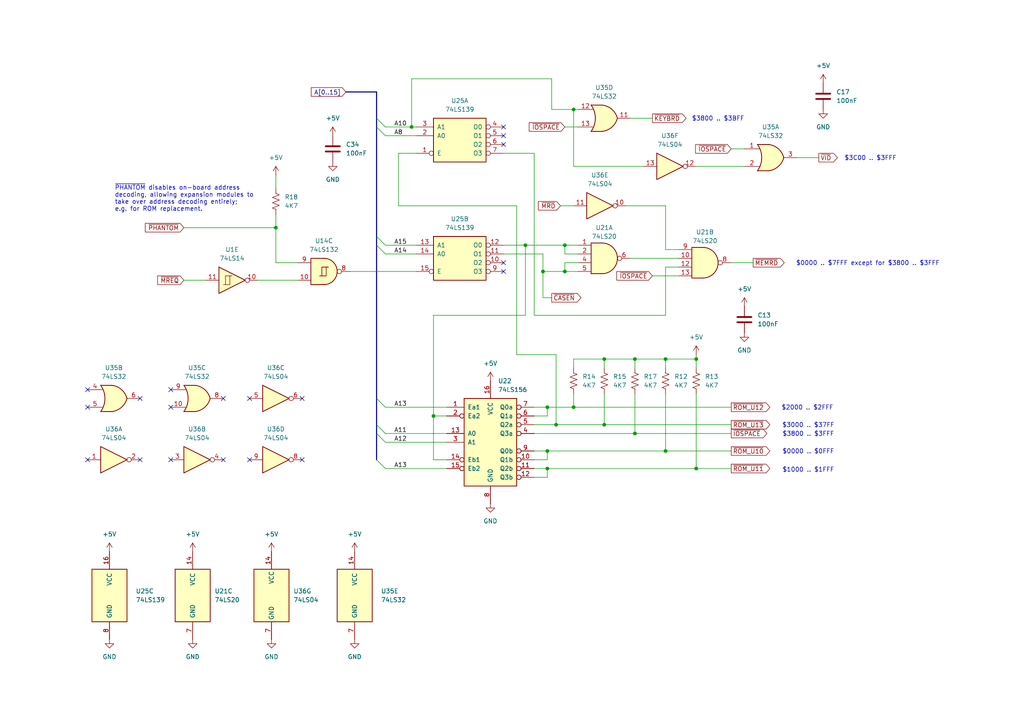
<source format=kicad_sch>
(kicad_sch (version 20231120) (generator "eeschema") (generator_version "8.0")
  (paper "A4")
  (title_block (title "Dick Smith System 80 Main Board") (date "1980"))
  (lib_symbols
    (symbol "74xx:74LS04"
      (property "Reference" "U" (at 0 1.27 0))
      (property "Value" "74LS04" (at 0 -1.27 0))
      (symbol "74LS04_1_0"
        (pin input line (at -7.62 0 0) (length 3.81) (name "~") (number "1"))
        (pin output inverted (at 7.62 0 180) (length 3.81) (name "~") (number "2"))
      )
      (symbol "74LS04_2_0"
        (pin input line (at -7.62 0 0) (length 3.81) (name "~") (number "3"))
        (pin output inverted (at 7.62 0 180) (length 3.81) (name "~") (number "4"))
      )
      (symbol "74LS04_3_0"
        (pin input line (at -7.62 0 0) (length 3.81) (name "~") (number "5"))
        (pin output inverted (at 7.62 0 180) (length 3.81) (name "~") (number "6"))
      )
      (symbol "74LS04_4_0"
        (pin output inverted (at 7.62 0 180) (length 3.81) (name "~") (number "8"))
        (pin input line (at -7.62 0 0) (length 3.81) (name "~") (number "9"))
      )
      (symbol "74LS04_5_0"
        (pin output inverted (at 7.62 0 180) (length 3.81) (name "~") (number "10"))
        (pin input line (at -7.62 0 0) (length 3.81) (name "~") (number "11"))
      )
      (symbol "74LS04_6_0"
        (pin output inverted (at 7.62 0 180) (length 3.81) (name "~") (number "12"))
        (pin input line (at -7.62 0 0) (length 3.81) (name "~") (number "13"))
      )
      (symbol "74LS04_7_0"
        (pin power_in line (at 0 12.7 270) (length 5.08) (name "VCC") (number "14"))
        (pin power_in line (at 0 -12.7 90) (length 5.08) (name "GND") (number "7"))
      )
    )
    (symbol "74xx:74LS132" (pin_names (offset 1.016))
      (property "Reference" "U" (at 0 1.27 0))
      (property "Value" "74LS132" (at 0 -1.27 0))
      (symbol "74LS132_1_1"
        (pin input line (at -7.62 2.54 0) (length 3.81) (name "~") (number "1"))
        (pin input line (at -7.62 -2.54 0) (length 3.81) (name "~") (number "2"))
        (pin output inverted (at 7.62 0 180) (length 3.81) (name "~") (number "3"))
      )
      (symbol "74LS132_1_2"
        (pin input inverted (at -7.62 2.54 0) (length 4.318) (name "~") (number "1"))
        (pin input inverted (at -7.62 -2.54 0) (length 4.318) (name "~") (number "2"))
        (pin output line (at 7.62 0 180) (length 3.81) (name "~") (number "3"))
      )
      (symbol "74LS132_2_1"
        (pin input line (at -7.62 2.54 0) (length 3.81) (name "~") (number "4"))
        (pin input line (at -7.62 -2.54 0) (length 3.81) (name "~") (number "5"))
        (pin output inverted (at 7.62 0 180) (length 3.81) (name "~") (number "6"))
      )
      (symbol "74LS132_2_2"
        (pin input inverted (at -7.62 2.54 0) (length 4.318) (name "~") (number "4"))
        (pin input inverted (at -7.62 -2.54 0) (length 4.318) (name "~") (number "5"))
        (pin output line (at 7.62 0 180) (length 3.81) (name "~") (number "6"))
      )
      (symbol "74LS132_3_1"
        (pin input line (at -7.62 -2.54 0) (length 3.81) (name "~") (number "10"))
        (pin output inverted (at 7.62 0 180) (length 3.81) (name "~") (number "8"))
        (pin input line (at -7.62 2.54 0) (length 3.81) (name "~") (number "9"))
      )
      (symbol "74LS132_3_2"
        (pin input inverted (at -7.62 -2.54 0) (length 4.318) (name "~") (number "10"))
        (pin output line (at 7.62 0 180) (length 3.81) (name "~") (number "8"))
        (pin input inverted (at -7.62 2.54 0) (length 4.318) (name "~") (number "9"))
      )
      (symbol "74LS132_4_1"
        (pin output inverted (at 7.62 0 180) (length 3.81) (name "~") (number "11"))
        (pin input line (at -7.62 2.54 0) (length 3.81) (name "~") (number "12"))
        (pin input line (at -7.62 -2.54 0) (length 3.81) (name "~") (number "13"))
      )
      (symbol "74LS132_4_2"
        (pin output line (at 7.62 0 180) (length 3.81) (name "~") (number "11"))
        (pin input inverted (at -7.62 2.54 0) (length 4.318) (name "~") (number "12"))
        (pin input inverted (at -7.62 -2.54 0) (length 4.318) (name "~") (number "13"))
      )
      (symbol "74LS132_5_0"
        (pin power_in line (at 0 12.7 270) (length 5.08) (name "VCC") (number "14"))
        (pin power_in line (at 0 -12.7 90) (length 5.08) (name "GND") (number "7"))
      )
    )
    (symbol "74xx:74LS139" (pin_names (offset 1.016))
      (property "Reference" "U" (at -7.62 8.89 0))
      (property "Value" "74LS139" (at -7.62 -8.89 0))
      (symbol "74LS139_1_0"
        (pin input inverted (at -12.7 -5.08 0) (length 5.08) (name "E") (number "1"))
        (pin input line (at -12.7 0 0) (length 5.08) (name "A0") (number "2"))
        (pin input line (at -12.7 2.54 0) (length 5.08) (name "A1") (number "3"))
        (pin output inverted (at 12.7 2.54 180) (length 5.08) (name "O0") (number "4"))
        (pin output inverted (at 12.7 0 180) (length 5.08) (name "O1") (number "5"))
        (pin output inverted (at 12.7 -2.54 180) (length 5.08) (name "O2") (number "6"))
        (pin output inverted (at 12.7 -5.08 180) (length 5.08) (name "O3") (number "7"))
      )
      (symbol "74LS139_2_0"
        (pin output inverted (at 12.7 -2.54 180) (length 5.08) (name "O2") (number "10"))
        (pin output inverted (at 12.7 0 180) (length 5.08) (name "O1") (number "11"))
        (pin output inverted (at 12.7 2.54 180) (length 5.08) (name "O0") (number "12"))
        (pin input line (at -12.7 2.54 0) (length 5.08) (name "A1") (number "13"))
        (pin input line (at -12.7 0 0) (length 5.08) (name "A0") (number "14"))
        (pin input inverted (at -12.7 -5.08 0) (length 5.08) (name "E") (number "15"))
        (pin output inverted (at 12.7 -5.08 180) (length 5.08) (name "O3") (number "9"))
      )
      (symbol "74LS139_3_0"
        (pin power_in line (at 0 12.7 270) (length 5.08) (name "VCC") (number "16"))
        (pin power_in line (at 0 -12.7 90) (length 5.08) (name "GND") (number "8"))
      )
    )
    (symbol "74xx:74LS14" (pin_names (offset 1.016))
      (property "Reference" "U" (at 0 1.27 0))
      (property "Value" "74LS14" (at 0 -1.27 0))
      (symbol "74LS14_1_0"
        (pin input line (at -7.62 0 0) (length 3.81) (name "~") (number "1"))
        (pin output inverted (at 7.62 0 180) (length 3.81) (name "~") (number "2"))
      )
      (symbol "74LS14_2_0"
        (pin input line (at -7.62 0 0) (length 3.81) (name "~") (number "3"))
        (pin output inverted (at 7.62 0 180) (length 3.81) (name "~") (number "4"))
      )
      (symbol "74LS14_3_0"
        (pin input line (at -7.62 0 0) (length 3.81) (name "~") (number "5"))
        (pin output inverted (at 7.62 0 180) (length 3.81) (name "~") (number "6"))
      )
      (symbol "74LS14_4_0"
        (pin output inverted (at 7.62 0 180) (length 3.81) (name "~") (number "8"))
        (pin input line (at -7.62 0 0) (length 3.81) (name "~") (number "9"))
      )
      (symbol "74LS14_5_0"
        (pin output inverted (at 7.62 0 180) (length 3.81) (name "~") (number "10"))
        (pin input line (at -7.62 0 0) (length 3.81) (name "~") (number "11"))
      )
      (symbol "74LS14_6_0"
        (pin output inverted (at 7.62 0 180) (length 3.81) (name "~") (number "12"))
        (pin input line (at -7.62 0 0) (length 3.81) (name "~") (number "13"))
      )
      (symbol "74LS14_7_0"
        (pin power_in line (at 0 12.7 270) (length 5.08) (name "VCC") (number "14"))
        (pin power_in line (at 0 -12.7 90) (length 5.08) (name "GND") (number "7"))
      )
    )
    (symbol "74xx:74LS156" (pin_names (offset 1.016))
      (property "Reference" "U" (at -7.62 13.97 0))
      (property "Value" "74LS156" (at -7.62 -13.97 0))
      (symbol "74LS156_1_0"
        (pin input line (at -12.7 10.16 0) (length 5.08) (name "Ea1") (number "1"))
        (pin output inverted (at 12.7 -5.08 180) (length 5.08) (name "Q1b") (number "10"))
        (pin output inverted (at 12.7 -7.62 180) (length 5.08) (name "Q2b") (number "11"))
        (pin output inverted (at 12.7 -10.16 180) (length 5.08) (name "Q3b") (number "12"))
        (pin input line (at -12.7 2.54 0) (length 5.08) (name "A0") (number "13"))
        (pin input inverted (at -12.7 -5.08 0) (length 5.08) (name "Eb1") (number "14"))
        (pin input inverted (at -12.7 -7.62 0) (length 5.08) (name "Eb2") (number "15"))
        (pin power_in line (at 0 17.78 270) (length 5.08) (name "VCC") (number "16"))
        (pin input inverted (at -12.7 7.62 0) (length 5.08) (name "Ea2") (number "2"))
        (pin input line (at -12.7 0 0) (length 5.08) (name "A1") (number "3"))
        (pin output inverted (at 12.7 2.54 180) (length 5.08) (name "Q3a") (number "4"))
        (pin output inverted (at 12.7 5.08 180) (length 5.08) (name "Q2a") (number "5"))
        (pin output inverted (at 12.7 7.62 180) (length 5.08) (name "Q1a") (number "6"))
        (pin output inverted (at 12.7 10.16 180) (length 5.08) (name "Q0a") (number "7"))
        (pin power_in line (at 0 -17.78 90) (length 5.08) (name "GND") (number "8"))
        (pin output inverted (at 12.7 -2.54 180) (length 5.08) (name "Q0b") (number "9"))
      )
    )
    (symbol "74xx:74LS20" (pin_names (offset 1.016))
      (property "Reference" "U" (at 0 1.27 0))
      (property "Value" "74LS20" (at 0 -1.27 0))
      (symbol "74LS20_1_1"
        (pin input line (at -7.62 3.81 0) (length 3.81) (name "~") (number "1"))
        (pin input line (at -7.62 1.27 0) (length 3.81) (name "~") (number "2"))
        (pin input line (at -7.62 -1.27 0) (length 3.81) (name "~") (number "4"))
        (pin input line (at -7.62 -3.81 0) (length 3.81) (name "~") (number "5"))
        (pin output inverted (at 7.62 0 180) (length 3.81) (name "~") (number "6"))
      )
      (symbol "74LS20_1_2"
        (pin input inverted (at -7.62 3.81 0) (length 3.81) (name "~") (number "1"))
        (pin input inverted (at -7.62 1.27 0) (length 4.826) (name "~") (number "2"))
        (pin input inverted (at -7.62 -1.27 0) (length 4.826) (name "~") (number "4"))
        (pin input inverted (at -7.62 -3.81 0) (length 3.81) (name "~") (number "5"))
        (pin output line (at 7.62 0 180) (length 3.81) (name "~") (number "6"))
      )
      (symbol "74LS20_2_1"
        (pin input line (at -7.62 1.27 0) (length 3.81) (name "~") (number "10"))
        (pin input line (at -7.62 -1.27 0) (length 3.81) (name "~") (number "12"))
        (pin input line (at -7.62 -3.81 0) (length 3.81) (name "~") (number "13"))
        (pin output inverted (at 7.62 0 180) (length 3.81) (name "~") (number "8"))
        (pin input line (at -7.62 3.81 0) (length 3.81) (name "~") (number "9"))
      )
      (symbol "74LS20_2_2"
        (pin input inverted (at -7.62 1.27 0) (length 4.826) (name "~") (number "10"))
        (pin input inverted (at -7.62 -1.27 0) (length 4.826) (name "~") (number "12"))
        (pin input inverted (at -7.62 -3.81 0) (length 3.81) (name "~") (number "13"))
        (pin output line (at 7.62 0 180) (length 3.81) (name "~") (number "8"))
        (pin input inverted (at -7.62 3.81 0) (length 3.81) (name "~") (number "9"))
      )
      (symbol "74LS20_3_0"
        (pin power_in line (at 0 12.7 270) (length 5.08) (name "VCC") (number "14"))
        (pin power_in line (at 0 -12.7 90) (length 5.08) (name "GND") (number "7"))
      )
    )
    (symbol "74xx:74LS32" (pin_names (offset 1.016))
      (property "Reference" "U" (at 0 1.27 0))
      (property "Value" "74LS32" (at 0 -1.27 0))
      (symbol "74LS32_1_1"
        (pin input line (at -7.62 2.54 0) (length 4.318) (name "~") (number "1"))
        (pin input line (at -7.62 -2.54 0) (length 4.318) (name "~") (number "2"))
        (pin output line (at 7.62 0 180) (length 3.81) (name "~") (number "3"))
      )
      (symbol "74LS32_1_2"
        (pin input inverted (at -7.62 2.54 0) (length 3.81) (name "~") (number "1"))
        (pin input inverted (at -7.62 -2.54 0) (length 3.81) (name "~") (number "2"))
        (pin output inverted (at 7.62 0 180) (length 3.81) (name "~") (number "3"))
      )
      (symbol "74LS32_2_1"
        (pin input line (at -7.62 2.54 0) (length 4.318) (name "~") (number "4"))
        (pin input line (at -7.62 -2.54 0) (length 4.318) (name "~") (number "5"))
        (pin output line (at 7.62 0 180) (length 3.81) (name "~") (number "6"))
      )
      (symbol "74LS32_2_2"
        (pin input inverted (at -7.62 2.54 0) (length 3.81) (name "~") (number "4"))
        (pin input inverted (at -7.62 -2.54 0) (length 3.81) (name "~") (number "5"))
        (pin output inverted (at 7.62 0 180) (length 3.81) (name "~") (number "6"))
      )
      (symbol "74LS32_3_1"
        (pin input line (at -7.62 -2.54 0) (length 4.318) (name "~") (number "10"))
        (pin output line (at 7.62 0 180) (length 3.81) (name "~") (number "8"))
        (pin input line (at -7.62 2.54 0) (length 4.318) (name "~") (number "9"))
      )
      (symbol "74LS32_3_2"
        (pin input inverted (at -7.62 -2.54 0) (length 3.81) (name "~") (number "10"))
        (pin output inverted (at 7.62 0 180) (length 3.81) (name "~") (number "8"))
        (pin input inverted (at -7.62 2.54 0) (length 3.81) (name "~") (number "9"))
      )
      (symbol "74LS32_4_1"
        (pin output line (at 7.62 0 180) (length 3.81) (name "~") (number "11"))
        (pin input line (at -7.62 2.54 0) (length 4.318) (name "~") (number "12"))
        (pin input line (at -7.62 -2.54 0) (length 4.318) (name "~") (number "13"))
      )
      (symbol "74LS32_4_2"
        (pin output inverted (at 7.62 0 180) (length 3.81) (name "~") (number "11"))
        (pin input inverted (at -7.62 2.54 0) (length 3.81) (name "~") (number "12"))
        (pin input inverted (at -7.62 -2.54 0) (length 3.81) (name "~") (number "13"))
      )
      (symbol "74LS32_5_0"
        (pin power_in line (at 0 12.7 270) (length 5.08) (name "VCC") (number "14"))
        (pin power_in line (at 0 -12.7 90) (length 5.08) (name "GND") (number "7"))
      )
    )
    (symbol "Device:C" (pin_numbers hide) (pin_names (offset 0.254))
      (property "Reference" "C" (at 0.635 2.54 0))
      (property "Value" "C" (at 0.635 -2.54 0))
      (symbol "C_1_1"
        (pin passive line (at 0 3.81 270) (length 2.794) (name "~") (number "1"))
        (pin passive line (at 0 -3.81 90) (length 2.794) (name "~") (number "2"))
      )
    )
    (symbol "Device:R_US" (pin_numbers hide) (pin_names (offset 0))
      (property "Reference" "R" (at 2.54 0 90))
      (property "Value" "R_US" (at -2.54 0 90))
      (symbol "R_US_1_1"
        (pin passive line (at 0 3.81 270) (length 1.27) (name "~") (number "1"))
        (pin passive line (at 0 -3.81 90) (length 1.27) (name "~") (number "2"))
      )
    )
    (symbol "power:+5V" (power) (pin_numbers hide) (pin_names (offset 0) hide)
      (property "Value" "+5V" (at 0 3.556 0))
      (symbol "+5V_1_1"
        (pin power_in line (at 0 0 90) (length 0) (name "~") (number "1"))
      )
    )
    (symbol "power:GND" (power) (pin_numbers hide) (pin_names (offset 0) hide)
      (property "Value" "GND" (at 0 -3.81 0))
      (symbol "GND_1_1"
        (pin power_in line (at 0 0 270) (length 0) (name "~") (number "1"))
      )
    )
  )
  (junction (at 157.48 78.74))
  (junction (at 193.04 130.81))
  (junction (at 193.04 104.14))
  (junction (at 125.73 120.65))
  (junction (at 161.29 123.19))
  (junction (at 158.75 135.89))
  (junction (at 166.37 118.11))
  (junction (at 119.38 36.83))
  (junction (at 158.75 130.81))
  (junction (at 152.4 71.12))
  (junction (at 158.75 118.11))
  (junction (at 163.83 78.74))
  (junction (at 175.26 123.19))
  (junction (at 184.15 125.73))
  (junction (at 201.93 135.89))
  (junction (at 163.83 71.12))
  (junction (at 80.01 66.04))
  (junction (at 175.26 104.14))
  (junction (at 184.15 104.14))
  (junction (at 166.37 31.75))
  (junction (at 201.93 104.14))
  (no_connect (at 146.05 39.37))
  (no_connect (at 40.64 133.35))
  (no_connect (at 72.39 115.57))
  (no_connect (at 49.53 133.35))
  (no_connect (at 49.53 118.11))
  (no_connect (at 25.4 118.11))
  (no_connect (at 25.4 133.35))
  (no_connect (at 146.05 36.83))
  (no_connect (at 87.63 133.35))
  (no_connect (at 64.77 115.57))
  (no_connect (at 72.39 133.35))
  (no_connect (at 146.05 76.2))
  (no_connect (at 146.05 41.91))
  (no_connect (at 87.63 115.57))
  (no_connect (at 146.05 78.74))
  (no_connect (at 49.53 113.03))
  (no_connect (at 25.4 113.03))
  (no_connect (at 64.77 133.35))
  (no_connect (at 40.64 115.57))
  (bus_entry (at 109.22 125.73) (size 2.54 2.54))
  (bus_entry (at 109.22 115.57) (size 2.54 2.54))
  (bus_entry (at 109.22 34.29) (size 2.54 2.54))
  (bus_entry (at 109.22 133.35) (size 2.54 2.54))
  (bus_entry (at 109.22 36.83) (size 2.54 2.54))
  (bus_entry (at 109.22 123.19) (size 2.54 2.54))
  (bus_entry (at 109.22 71.12) (size 2.54 2.54))
  (bus_entry (at 109.22 68.58) (size 2.54 2.54))
  (wire (pts (xy 175.26 123.19) (xy 212.09 123.19)))
  (wire (pts (xy 158.75 135.89) (xy 201.93 135.89)))
  (wire (pts (xy 157.48 86.36) (xy 157.48 78.74)))
  (wire (pts (xy 125.73 120.65) (xy 129.54 120.65)))
  (wire (pts (xy 167.64 31.75) (xy 166.37 31.75)))
  (wire (pts (xy 111.76 71.12) (xy 120.65 71.12)))
  (wire (pts (xy 115.57 59.69) (xy 149.86 59.69)))
  (bus (pts (xy 109.22 34.29) (xy 109.22 36.83)))
  (wire (pts (xy 166.37 31.75) (xy 160.02 31.75)))
  (wire (pts (xy 193.04 114.3) (xy 193.04 130.81)))
  (wire (pts (xy 154.94 138.43) (xy 158.75 138.43)))
  (wire (pts (xy 193.04 72.39) (xy 196.85 72.39)))
  (wire (pts (xy 120.65 44.45) (xy 115.57 44.45)))
  (wire (pts (xy 201.93 48.26) (xy 215.9 48.26)))
  (wire (pts (xy 154.94 123.19) (xy 161.29 123.19)))
  (wire (pts (xy 154.94 133.35) (xy 158.75 133.35)))
  (bus (pts (xy 109.22 125.73) (xy 109.22 133.35)))
  (wire (pts (xy 182.88 34.29) (xy 189.23 34.29)))
  (wire (pts (xy 166.37 104.14) (xy 175.26 104.14)))
  (bus (pts (xy 100.33 26.67) (xy 109.22 26.67)))
  (wire (pts (xy 163.83 76.2) (xy 163.83 78.74)))
  (wire (pts (xy 158.75 130.81) (xy 193.04 130.81)))
  (wire (pts (xy 146.05 71.12) (xy 152.4 71.12)))
  (wire (pts (xy 111.76 135.89) (xy 129.54 135.89)))
  (wire (pts (xy 212.09 76.2) (xy 218.44 76.2)))
  (wire (pts (xy 163.83 71.12) (xy 167.64 71.12)))
  (wire (pts (xy 184.15 104.14) (xy 184.15 106.68)))
  (wire (pts (xy 163.83 36.83) (xy 167.64 36.83)))
  (wire (pts (xy 166.37 48.26) (xy 166.37 31.75)))
  (wire (pts (xy 184.15 114.3) (xy 184.15 125.73)))
  (wire (pts (xy 74.93 81.28) (xy 86.36 81.28)))
  (wire (pts (xy 161.29 102.87) (xy 161.29 123.19)))
  (wire (pts (xy 201.93 104.14) (xy 201.93 106.68)))
  (wire (pts (xy 184.15 125.73) (xy 212.09 125.73)))
  (wire (pts (xy 80.01 66.04) (xy 80.01 76.2)))
  (wire (pts (xy 125.73 120.65) (xy 125.73 91.44)))
  (wire (pts (xy 193.04 104.14) (xy 201.93 104.14)))
  (wire (pts (xy 160.02 22.86) (xy 119.38 22.86)))
  (wire (pts (xy 157.48 78.74) (xy 163.83 78.74)))
  (bus (pts (xy 109.22 71.12) (xy 109.22 115.57)))
  (wire (pts (xy 193.04 77.47) (xy 196.85 77.47)))
  (wire (pts (xy 193.04 59.69) (xy 193.04 72.39)))
  (wire (pts (xy 115.57 44.45) (xy 115.57 59.69)))
  (bus (pts (xy 109.22 115.57) (xy 109.22 123.19)))
  (wire (pts (xy 152.4 91.44) (xy 152.4 71.12)))
  (wire (pts (xy 181.61 59.69) (xy 193.04 59.69)))
  (wire (pts (xy 158.75 118.11) (xy 166.37 118.11)))
  (wire (pts (xy 201.93 102.87) (xy 201.93 104.14)))
  (wire (pts (xy 111.76 36.83) (xy 119.38 36.83)))
  (wire (pts (xy 182.88 74.93) (xy 196.85 74.93)))
  (wire (pts (xy 167.64 76.2) (xy 163.83 76.2)))
  (wire (pts (xy 146.05 73.66) (xy 157.48 73.66)))
  (wire (pts (xy 119.38 36.83) (xy 120.65 36.83)))
  (bus (pts (xy 109.22 123.19) (xy 109.22 125.73)))
  (wire (pts (xy 111.76 118.11) (xy 129.54 118.11)))
  (wire (pts (xy 149.86 102.87) (xy 161.29 102.87)))
  (wire (pts (xy 111.76 39.37) (xy 120.65 39.37)))
  (wire (pts (xy 212.09 43.18) (xy 215.9 43.18)))
  (wire (pts (xy 80.01 50.8) (xy 80.01 54.61)))
  (wire (pts (xy 157.48 73.66) (xy 157.48 78.74)))
  (wire (pts (xy 146.05 44.45) (xy 154.94 44.45)))
  (bus (pts (xy 109.22 26.67) (xy 109.22 34.29)))
  (wire (pts (xy 163.83 78.74) (xy 167.64 78.74)))
  (wire (pts (xy 149.86 59.69) (xy 149.86 102.87)))
  (wire (pts (xy 111.76 128.27) (xy 129.54 128.27)))
  (wire (pts (xy 154.94 130.81) (xy 158.75 130.81)))
  (wire (pts (xy 119.38 22.86) (xy 119.38 36.83)))
  (wire (pts (xy 163.83 73.66) (xy 163.83 71.12)))
  (wire (pts (xy 80.01 62.23) (xy 80.01 66.04)))
  (wire (pts (xy 154.94 125.73) (xy 184.15 125.73)))
  (wire (pts (xy 161.29 123.19) (xy 175.26 123.19)))
  (wire (pts (xy 154.94 135.89) (xy 158.75 135.89)))
  (wire (pts (xy 175.26 114.3) (xy 175.26 123.19)))
  (wire (pts (xy 162.56 59.69) (xy 166.37 59.69)))
  (wire (pts (xy 154.94 91.44) (xy 193.04 91.44)))
  (wire (pts (xy 125.73 91.44) (xy 152.4 91.44)))
  (wire (pts (xy 158.75 120.65) (xy 158.75 118.11)))
  (wire (pts (xy 175.26 104.14) (xy 175.26 106.68)))
  (wire (pts (xy 184.15 104.14) (xy 193.04 104.14)))
  (wire (pts (xy 166.37 114.3) (xy 166.37 118.11)))
  (wire (pts (xy 80.01 76.2) (xy 86.36 76.2)))
  (wire (pts (xy 189.23 80.01) (xy 196.85 80.01)))
  (wire (pts (xy 53.34 81.28) (xy 59.69 81.28)))
  (wire (pts (xy 167.64 73.66) (xy 163.83 73.66)))
  (wire (pts (xy 160.02 86.36) (xy 157.48 86.36)))
  (wire (pts (xy 193.04 91.44) (xy 193.04 77.47)))
  (bus (pts (xy 109.22 68.58) (xy 109.22 71.12)))
  (wire (pts (xy 53.34 66.04) (xy 80.01 66.04)))
  (wire (pts (xy 201.93 135.89) (xy 212.09 135.89)))
  (wire (pts (xy 154.94 44.45) (xy 154.94 91.44)))
  (wire (pts (xy 152.4 71.12) (xy 163.83 71.12)))
  (wire (pts (xy 175.26 104.14) (xy 184.15 104.14)))
  (wire (pts (xy 154.94 120.65) (xy 158.75 120.65)))
  (wire (pts (xy 129.54 133.35) (xy 125.73 133.35)))
  (bus (pts (xy 109.22 36.83) (xy 109.22 68.58)))
  (wire (pts (xy 111.76 73.66) (xy 120.65 73.66)))
  (wire (pts (xy 186.69 48.26) (xy 166.37 48.26)))
  (wire (pts (xy 166.37 118.11) (xy 212.09 118.11)))
  (wire (pts (xy 160.02 31.75) (xy 160.02 22.86)))
  (wire (pts (xy 166.37 106.68) (xy 166.37 104.14)))
  (wire (pts (xy 111.76 125.73) (xy 129.54 125.73)))
  (wire (pts (xy 158.75 133.35) (xy 158.75 130.81)))
  (wire (pts (xy 101.6 78.74) (xy 120.65 78.74)))
  (wire (pts (xy 125.73 133.35) (xy 125.73 120.65)))
  (wire (pts (xy 193.04 130.81) (xy 212.09 130.81)))
  (wire (pts (xy 158.75 138.43) (xy 158.75 135.89)))
  (wire (pts (xy 193.04 104.14) (xy 193.04 106.68)))
  (wire (pts (xy 201.93 114.3) (xy 201.93 135.89)))
  (wire (pts (xy 231.14 45.72) (xy 237.49 45.72)))
  (wire (pts (xy 154.94 118.11) (xy 158.75 118.11)))
  (text "$3000 .. $37FF" (at 234.442 123.444 0) (effects (font (size 1.27 1.27))))
  (text "$3800 .. $3FFF" (at 234.442 125.984 0) (effects (font (size 1.27 1.27))))
  (text "$3800 .. $3BFF" (at 208.28 34.544 0) (effects (font (size 1.27 1.27))))
  (text "$3C00 .. $3FFF" (at 252.476 45.974 0) (effects (font (size 1.27 1.27))))
  (text "~{PHANTOM} disables on-board address\ndecoding, allowing expansion modules to\ntake over address decoding entirely;\ne.g. for ROM replacement." (at 33.274 57.658 0) (effects (font (size 1.27 1.27)) (justify left)))
  (text "$0000 .. $7FFF except for $3800 .. $3FFF" (at 251.714 76.454 0) (effects (font (size 1.27 1.27))))
  (text "$1000 .. $1FFF" (at 234.442 136.398 0) (effects (font (size 1.27 1.27))))
  (text "$2000 .. $2FFF" (at 234.188 118.364 0) (effects (font (size 1.27 1.27))))
  (text "$0000 .. $0FFF" (at 234.442 131.064 0) (effects (font (size 1.27 1.27))))
  (label "A8" (at 114.3 39.37 0))
  (label "A14" (at 114.3 73.66 0))
  (label "A11" (at 114.3 125.73 0))
  (label "A10" (at 114.3 36.83 0))
  (label "A12" (at 114.3 128.27 0))
  (label "A13" (at 114.3 118.11 0))
  (label "A15" (at 114.3 71.12 0))
  (label "A13" (at 114.3 135.89 0))
  (global_label "~{IOSPACE}" (shape input) (at 189.23 80.01 180) (property "Intersheetrefs" "${INTERSHEET_REFS}" (effects (hide yes))))
  (global_label "~{ROM_U10}" (shape output) (at 212.09 130.81 0) (property "Intersheetrefs" "${INTERSHEET_REFS}" (effects (hide yes))))
  (global_label "~{ROM_U12}" (shape output) (at 212.09 118.11 0) (property "Intersheetrefs" "${INTERSHEET_REFS}" (effects (hide yes))))
  (global_label "~{VID}" (shape output) (at 237.49 45.72 0) (property "Intersheetrefs" "${INTERSHEET_REFS}" (effects (hide yes))))
  (global_label "~{ROM_U13}" (shape output) (at 212.09 123.19 0) (property "Intersheetrefs" "${INTERSHEET_REFS}" (effects (hide yes))))
  (global_label "~{CASEN}" (shape output) (at 160.02 86.36 0) (property "Intersheetrefs" "${INTERSHEET_REFS}" (effects (hide yes))))
  (global_label "~{IOSPACE}" (shape input) (at 163.83 36.83 180) (property "Intersheetrefs" "${INTERSHEET_REFS}" (effects (hide yes))))
  (global_label "~{MEMRD}" (shape output) (at 218.44 76.2 0) (property "Intersheetrefs" "${INTERSHEET_REFS}" (effects (hide yes))))
  (global_label "~{ROM_U11}" (shape output) (at 212.09 135.89 0) (property "Intersheetrefs" "${INTERSHEET_REFS}" (effects (hide yes))))
  (global_label "~{MRD}" (shape input) (at 162.56 59.69 180) (property "Intersheetrefs" "${INTERSHEET_REFS}" (effects (hide yes))))
  (global_label "~{PHANTOM}" (shape input) (at 53.34 66.04 180) (property "Intersheetrefs" "${INTERSHEET_REFS}" (effects (hide yes))))
  (global_label "~{IOSPACE}" (shape output) (at 212.09 125.73 0) (property "Intersheetrefs" "${INTERSHEET_REFS}" (effects (hide yes))))
  (global_label "~{IOSPACE}" (shape input) (at 212.09 43.18 180) (property "Intersheetrefs" "${INTERSHEET_REFS}" (effects (hide yes))))
  (global_label "~{KEYBRD}" (shape output) (at 189.23 34.29 0) (property "Intersheetrefs" "${INTERSHEET_REFS}" (effects (hide yes))))
  (global_label "A[0..15]" (shape input) (at 100.33 26.67 180) (property "Intersheetrefs" "${INTERSHEET_REFS}" (effects (hide yes))))
  (global_label "~{MREQ}" (shape input) (at 53.34 81.28 180) (property "Intersheetrefs" "${INTERSHEET_REFS}" (effects (hide yes))))
  (symbol (lib_id "power:GND") (at 142.24 146.05 0) (unit 1)
    (property "Reference" "#PWR087" (effects (hide yes)))
    (property "Value" "GND" (at 142.24 151.13 0))
    (property "Description" "Power symbol creates a global label with name \"GND\" , ground" (effects (hide yes)))
  )
  (symbol (lib_id "power:+5V") (at 215.9 88.9 0) (unit 1)
    (property "Reference" "#PWR0179" (effects (hide yes)))
    (property "Value" "+5V" (at 215.9 83.82 0))
    (property "Description" "Power symbol creates a global label with name \"+5V\"" (effects (hide yes)))
  )
  (symbol (lib_id "74xx:74LS32") (at 223.52 45.72 0) (unit 1)
    (property "Reference" "U35" (at 223.52 36.83 0))
    (property "Value" "74LS32" (at 223.52 39.37 0))
    (property "Footprint" "Package_DIP:DIP-14_W7.62mm" (effects (hide yes)))
    (property "Datasheet" "http://www.ti.com/lit/gpn/sn74LS32" (effects (hide yes)))
    (property "Description" "Quad 2-input OR" (effects (hide yes)))
  )
  (symbol (lib_id "Device:C") (at 238.76 27.94 0) (unit 1)
    (property "Reference" "C17" (at 242.57 26.6699 0) (effects (justify left)))
    (property "Value" "100nF" (at 242.57 29.2099 0) (effects (justify left)))
    (property "Footprint" "Capacitor_THT:C_Disc_D5.0mm_W2.5mm_P5.00mm" (effects (hide yes)))
    (property "Description" "Unpolarized capacitor" (effects (hide yes)))
  )
  (symbol (lib_id "74xx:74LS139") (at 133.35 73.66 0) (unit 2)
    (property "Reference" "U25" (at 133.35 63.5 0))
    (property "Value" "74LS139" (at 133.35 66.04 0))
    (property "Footprint" "Package_DIP:DIP-16_W7.62mm" (effects (hide yes)))
    (property "Datasheet" "http://www.ti.com/lit/ds/symlink/sn74ls139a.pdf" (effects (hide yes)))
    (property "Description" "Dual Decoder 1 of 4, Active low outputs" (effects (hide yes)))
  )
  (symbol (lib_id "74xx:74LS32") (at 102.87 172.72 0) (unit 5)
    (property "Reference" "U35" (at 110.49 171.4499 0) (effects (justify left)))
    (property "Value" "74LS32" (at 110.49 173.9899 0) (effects (justify left)))
    (property "Footprint" "Package_DIP:DIP-14_W7.62mm" (effects (hide yes)))
    (property "Datasheet" "http://www.ti.com/lit/gpn/sn74LS32" (effects (hide yes)))
    (property "Description" "Quad 2-input OR" (effects (hide yes)))
  )
  (symbol (lib_id "power:+5V") (at 201.93 102.87 0) (unit 1)
    (property "Reference" "#PWR097" (effects (hide yes)))
    (property "Value" "+5V" (at 201.93 97.79 0))
    (property "Description" "Power symbol creates a global label with name \"+5V\"" (effects (hide yes)))
  )
  (symbol (lib_id "74xx:74LS132") (at 93.98 78.74 0) (unit 3)
    (property "Reference" "U14" (at 93.9717 69.85 0))
    (property "Value" "74LS132" (at 93.9717 72.39 0))
    (property "Footprint" "Package_DIP:DIP-14_W7.62mm" (effects (hide yes)))
    (property "Datasheet" "http://www.ti.com/lit/gpn/sn74LS132" (effects (hide yes)))
    (property "Description" "Quad 2-input NAND Schmitt trigger" (effects (hide yes)))
  )
  (symbol (lib_id "power:GND") (at 96.52 46.99 0) (unit 1)
    (property "Reference" "#PWR0174" (effects (hide yes)))
    (property "Value" "GND" (at 96.52 52.07 0))
    (property "Description" "Power symbol creates a global label with name \"GND\" , ground" (effects (hide yes)))
  )
  (symbol (lib_id "74xx:74LS04") (at 194.31 48.26 0) (unit 6)
    (property "Reference" "U36" (at 194.31 39.37 0))
    (property "Value" "74LS04" (at 194.31 41.91 0))
    (property "Footprint" "Package_DIP:DIP-14_W7.62mm" (effects (hide yes)))
    (property "Datasheet" "http://www.ti.com/lit/gpn/sn74LS04" (effects (hide yes)))
    (property "Description" "Hex Inverter" (effects (hide yes)))
  )
  (symbol (lib_id "74xx:74LS04") (at 80.01 133.35 0) (unit 4)
    (property "Reference" "U36" (at 80.01 124.46 0))
    (property "Value" "74LS04" (at 80.01 127 0))
    (property "Footprint" "Package_DIP:DIP-14_W7.62mm" (effects (hide yes)))
    (property "Datasheet" "http://www.ti.com/lit/gpn/sn74LS04" (effects (hide yes)))
    (property "Description" "Hex Inverter" (effects (hide yes)))
  )
  (symbol (lib_id "power:+5V") (at 142.24 110.49 0) (unit 1)
    (property "Reference" "#PWR092" (effects (hide yes)))
    (property "Value" "+5V" (at 142.24 105.41 0))
    (property "Description" "Power symbol creates a global label with name \"+5V\"" (effects (hide yes)))
  )
  (symbol (lib_id "Device:R_US") (at 175.26 110.49 0) (unit 1)
    (property "Reference" "R15" (at 177.8 109.2199 0) (effects (justify left)))
    (property "Value" "4K7" (at 177.8 111.7599 0) (effects (justify left)))
    (property "Footprint" "Resistor_THT:R_Axial_DIN0309_L9.0mm_D3.2mm_P12.70mm_Horizontal" (effects (hide yes)))
    (property "Description" "Resistor, US symbol" (effects (hide yes)))
  )
  (symbol (lib_id "74xx:74LS32") (at 175.26 34.29 0) (unit 4)
    (property "Reference" "U35" (at 175.26 25.4 0))
    (property "Value" "74LS32" (at 175.26 27.94 0))
    (property "Footprint" "Package_DIP:DIP-14_W7.62mm" (effects (hide yes)))
    (property "Datasheet" "http://www.ti.com/lit/gpn/sn74LS32" (effects (hide yes)))
    (property "Description" "Quad 2-input OR" (effects (hide yes)))
  )
  (symbol (lib_id "74xx:74LS04") (at 57.15 133.35 0) (unit 2)
    (property "Reference" "U36" (at 57.15 124.46 0))
    (property "Value" "74LS04" (at 57.15 127 0))
    (property "Footprint" "Package_DIP:DIP-14_W7.62mm" (effects (hide yes)))
    (property "Datasheet" "http://www.ti.com/lit/gpn/sn74LS04" (effects (hide yes)))
    (property "Description" "Hex Inverter" (effects (hide yes)))
  )
  (symbol (lib_id "power:+5V") (at 238.76 24.13 0) (unit 1)
    (property "Reference" "#PWR0171" (effects (hide yes)))
    (property "Value" "+5V" (at 238.76 19.05 0))
    (property "Description" "Power symbol creates a global label with name \"+5V\"" (effects (hide yes)))
  )
  (symbol (lib_id "74xx:74LS20") (at 204.47 76.2 0) (unit 2)
    (property "Reference" "U21" (at 204.4603 67.31 0))
    (property "Value" "74LS20" (at 204.4603 69.85 0))
    (property "Footprint" "Package_DIP:DIP-14_W7.62mm" (effects (hide yes)))
    (property "Datasheet" "http://www.ti.com/lit/gpn/sn74LS20" (effects (hide yes)))
    (property "Description" "Dual 4-input NAND" (effects (hide yes)))
  )
  (symbol (lib_id "74xx:74LS20") (at 55.88 172.72 0) (unit 3)
    (property "Reference" "U21" (at 62.23 171.4499 0) (effects (justify left)))
    (property "Value" "74LS20" (at 62.23 173.9899 0) (effects (justify left)))
    (property "Footprint" "Package_DIP:DIP-14_W7.62mm" (effects (hide yes)))
    (property "Datasheet" "http://www.ti.com/lit/gpn/sn74LS20" (effects (hide yes)))
    (property "Description" "Dual 4-input NAND" (effects (hide yes)))
  )
  (symbol (lib_id "power:+5V") (at 55.88 160.02 0) (unit 1)
    (property "Reference" "#PWR094" (effects (hide yes)))
    (property "Value" "+5V" (at 55.88 154.94 0))
    (property "Description" "Power symbol creates a global label with name \"+5V\"" (effects (hide yes)))
  )
  (symbol (lib_id "74xx:74LS139") (at 31.75 172.72 0) (unit 3)
    (property "Reference" "U25" (at 39.37 171.4499 0) (effects (justify left)))
    (property "Value" "74LS139" (at 39.37 173.9899 0) (effects (justify left)))
    (property "Footprint" "Package_DIP:DIP-16_W7.62mm" (effects (hide yes)))
    (property "Datasheet" "http://www.ti.com/lit/ds/symlink/sn74ls139a.pdf" (effects (hide yes)))
    (property "Description" "Dual Decoder 1 of 4, Active low outputs" (effects (hide yes)))
  )
  (symbol (lib_id "power:GND") (at 215.9 96.52 0) (unit 1)
    (property "Reference" "#PWR0180" (effects (hide yes)))
    (property "Value" "GND" (at 215.9 101.6 0))
    (property "Description" "Power symbol creates a global label with name \"GND\" , ground" (effects (hide yes)))
  )
  (symbol (lib_id "74xx:74LS32") (at 57.15 115.57 0) (unit 3)
    (property "Reference" "U35" (at 57.15 106.68 0))
    (property "Value" "74LS32" (at 57.15 109.22 0))
    (property "Footprint" "Package_DIP:DIP-14_W7.62mm" (effects (hide yes)))
    (property "Datasheet" "http://www.ti.com/lit/gpn/sn74LS32" (effects (hide yes)))
    (property "Description" "Quad 2-input OR" (effects (hide yes)))
  )
  (symbol (lib_id "74xx:74LS14") (at 67.31 81.28 0) (unit 5)
    (property "Reference" "U1" (at 67.31 72.39 0))
    (property "Value" "74LS14" (at 67.31 74.93 0))
    (property "Footprint" "Package_DIP:DIP-14_W7.62mm" (effects (hide yes)))
    (property "Datasheet" "http://www.ti.com/lit/gpn/sn74LS14" (effects (hide yes)))
    (property "Description" "Hex inverter schmitt trigger" (effects (hide yes)))
  )
  (symbol (lib_id "74xx:74LS32") (at 33.02 115.57 0) (unit 2)
    (property "Reference" "U35" (at 33.02 106.68 0))
    (property "Value" "74LS32" (at 33.02 109.22 0))
    (property "Footprint" "Package_DIP:DIP-14_W7.62mm" (effects (hide yes)))
    (property "Datasheet" "http://www.ti.com/lit/gpn/sn74LS32" (effects (hide yes)))
    (property "Description" "Quad 2-input OR" (effects (hide yes)))
  )
  (symbol (lib_id "Device:R_US") (at 184.15 110.49 0) (unit 1)
    (property "Reference" "R17" (at 186.69 109.2199 0) (effects (justify left)))
    (property "Value" "4K7" (at 186.69 111.7599 0) (effects (justify left)))
    (property "Footprint" "Resistor_THT:R_Axial_DIN0309_L9.0mm_D3.2mm_P12.70mm_Horizontal" (effects (hide yes)))
    (property "Description" "Resistor, US symbol" (effects (hide yes)))
  )
  (symbol (lib_id "power:+5V") (at 96.52 39.37 0) (unit 1)
    (property "Reference" "#PWR0173" (effects (hide yes)))
    (property "Value" "+5V" (at 96.52 34.29 0))
    (property "Description" "Power symbol creates a global label with name \"+5V\"" (effects (hide yes)))
  )
  (symbol (lib_id "74xx:74LS04") (at 173.99 59.69 0) (unit 5)
    (property "Reference" "U36" (at 173.99 50.8 0))
    (property "Value" "74LS04" (at 173.99 53.34 0))
    (property "Footprint" "Package_DIP:DIP-14_W7.62mm" (effects (hide yes)))
    (property "Datasheet" "http://www.ti.com/lit/gpn/sn74LS04" (effects (hide yes)))
    (property "Description" "Hex Inverter" (effects (hide yes)))
  )
  (symbol (lib_id "74xx:74LS139") (at 133.35 39.37 0) (unit 1)
    (property "Reference" "U25" (at 133.35 29.21 0))
    (property "Value" "74LS139" (at 133.35 31.75 0))
    (property "Footprint" "Package_DIP:DIP-16_W7.62mm" (effects (hide yes)))
    (property "Datasheet" "http://www.ti.com/lit/ds/symlink/sn74ls139a.pdf" (effects (hide yes)))
    (property "Description" "Dual Decoder 1 of 4, Active low outputs" (effects (hide yes)))
  )
  (symbol (lib_id "power:+5V") (at 78.74 160.02 0) (unit 1)
    (property "Reference" "#PWR095" (effects (hide yes)))
    (property "Value" "+5V" (at 78.74 154.94 0))
    (property "Description" "Power symbol creates a global label with name \"+5V\"" (effects (hide yes)))
  )
  (symbol (lib_id "74xx:74LS04") (at 33.02 133.35 0) (unit 1)
    (property "Reference" "U36" (at 33.02 124.46 0))
    (property "Value" "74LS04" (at 33.02 127 0))
    (property "Footprint" "Package_DIP:DIP-14_W7.62mm" (effects (hide yes)))
    (property "Datasheet" "http://www.ti.com/lit/gpn/sn74LS04" (effects (hide yes)))
    (property "Description" "Hex Inverter" (effects (hide yes)))
  )
  (symbol (lib_id "power:GND") (at 102.87 185.42 0) (unit 1)
    (property "Reference" "#PWR088" (effects (hide yes)))
    (property "Value" "GND" (at 102.87 190.5 0))
    (property "Description" "Power symbol creates a global label with name \"GND\" , ground" (effects (hide yes)))
  )
  (symbol (lib_id "Device:R_US") (at 193.04 110.49 0) (unit 1)
    (property "Reference" "R12" (at 195.58 109.2199 0) (effects (justify left)))
    (property "Value" "4K7" (at 195.58 111.7599 0) (effects (justify left)))
    (property "Footprint" "Resistor_THT:R_Axial_DIN0309_L9.0mm_D3.2mm_P12.70mm_Horizontal" (effects (hide yes)))
    (property "Description" "Resistor, US symbol" (effects (hide yes)))
  )
  (symbol (lib_id "74xx:74LS20") (at 175.26 74.93 0) (unit 1)
    (property "Reference" "U21" (at 175.2503 66.04 0))
    (property "Value" "74LS20" (at 175.2503 68.58 0))
    (property "Footprint" "Package_DIP:DIP-14_W7.62mm" (effects (hide yes)))
    (property "Datasheet" "http://www.ti.com/lit/gpn/sn74LS20" (effects (hide yes)))
    (property "Description" "Dual 4-input NAND" (effects (hide yes)))
  )
  (symbol (lib_id "power:+5V") (at 31.75 160.02 0) (unit 1)
    (property "Reference" "#PWR093" (effects (hide yes)))
    (property "Value" "+5V" (at 31.75 154.94 0))
    (property "Description" "Power symbol creates a global label with name \"+5V\"" (effects (hide yes)))
  )
  (symbol (lib_id "power:+5V") (at 80.01 50.8 0) (unit 1)
    (property "Reference" "#PWR098" (effects (hide yes)))
    (property "Value" "+5V" (at 80.01 45.72 0))
    (property "Description" "Power symbol creates a global label with name \"+5V\"" (effects (hide yes)))
  )
  (symbol (lib_id "power:GND") (at 238.76 31.75 0) (unit 1)
    (property "Reference" "#PWR0172" (effects (hide yes)))
    (property "Value" "GND" (at 238.76 36.83 0))
    (property "Description" "Power symbol creates a global label with name \"GND\" , ground" (effects (hide yes)))
  )
  (symbol (lib_id "Device:C") (at 96.52 43.18 0) (unit 1)
    (property "Reference" "C34" (at 100.33 41.9099 0) (effects (justify left)))
    (property "Value" "100nF" (at 100.33 44.4499 0) (effects (justify left)))
    (property "Footprint" "Capacitor_THT:C_Disc_D5.0mm_W2.5mm_P5.00mm" (effects (hide yes)))
    (property "Description" "Unpolarized capacitor" (effects (hide yes)))
  )
  (symbol (lib_id "power:GND") (at 55.88 185.42 0) (unit 1)
    (property "Reference" "#PWR090" (effects (hide yes)))
    (property "Value" "GND" (at 55.88 190.5 0))
    (property "Description" "Power symbol creates a global label with name \"GND\" , ground" (effects (hide yes)))
  )
  (symbol (lib_id "Device:R_US") (at 166.37 110.49 0) (unit 1)
    (property "Reference" "R14" (at 168.91 109.2199 0) (effects (justify left)))
    (property "Value" "4K7" (at 168.91 111.7599 0) (effects (justify left)))
    (property "Footprint" "Resistor_THT:R_Axial_DIN0309_L9.0mm_D3.2mm_P12.70mm_Horizontal" (effects (hide yes)))
    (property "Description" "Resistor, US symbol" (effects (hide yes)))
  )
  (symbol (lib_id "power:+5V") (at 102.87 160.02 0) (unit 1)
    (property "Reference" "#PWR096" (effects (hide yes)))
    (property "Value" "+5V" (at 102.87 154.94 0))
    (property "Description" "Power symbol creates a global label with name \"+5V\"" (effects (hide yes)))
  )
  (symbol (lib_id "power:GND") (at 31.75 185.42 0) (unit 1)
    (property "Reference" "#PWR091" (effects (hide yes)))
    (property "Value" "GND" (at 31.75 190.5 0))
    (property "Description" "Power symbol creates a global label with name \"GND\" , ground" (effects (hide yes)))
  )
  (symbol (lib_id "74xx:74LS156") (at 142.24 128.27 0) (unit 1)
    (property "Reference" "U22" (at 144.4341 110.49 0) (effects (justify left)))
    (property "Value" "74LS156" (at 144.4341 113.03 0) (effects (justify left)))
    (property "Footprint" "Package_DIP:DIP-16_W7.62mm" (effects (hide yes)))
    (property "Datasheet" "http://www.ti.com/lit/gpn/sn74LS156" (effects (hide yes)))
    (property "Description" "Dual 2 to 4 lines Decoder/Demultiplexer, Open Collector" (effects (hide yes)))
  )
  (symbol (lib_id "74xx:74LS04") (at 78.74 172.72 0) (unit 7)
    (property "Reference" "U36" (at 85.09 171.4499 0) (effects (justify left)))
    (property "Value" "74LS04" (at 85.09 173.9899 0) (effects (justify left)))
    (property "Footprint" "Package_DIP:DIP-14_W7.62mm" (effects (hide yes)))
    (property "Datasheet" "http://www.ti.com/lit/gpn/sn74LS04" (effects (hide yes)))
    (property "Description" "Hex Inverter" (effects (hide yes)))
  )
  (symbol (lib_id "power:GND") (at 78.74 185.42 0) (unit 1)
    (property "Reference" "#PWR089" (effects (hide yes)))
    (property "Value" "GND" (at 78.74 190.5 0))
    (property "Description" "Power symbol creates a global label with name \"GND\" , ground" (effects (hide yes)))
  )
  (symbol (lib_id "Device:R_US") (at 80.01 58.42 0) (unit 1)
    (property "Reference" "R18" (at 82.55 57.1499 0) (effects (justify left)))
    (property "Value" "4K7" (at 82.55 59.6899 0) (effects (justify left)))
    (property "Footprint" "Resistor_THT:R_Axial_DIN0309_L9.0mm_D3.2mm_P12.70mm_Horizontal" (effects (hide yes)))
    (property "Description" "Resistor, US symbol" (effects (hide yes)))
  )
  (symbol (lib_id "74xx:74LS04") (at 80.01 115.57 0) (unit 3)
    (property "Reference" "U36" (at 80.01 106.68 0))
    (property "Value" "74LS04" (at 80.01 109.22 0))
    (property "Footprint" "Package_DIP:DIP-14_W7.62mm" (effects (hide yes)))
    (property "Datasheet" "http://www.ti.com/lit/gpn/sn74LS04" (effects (hide yes)))
    (property "Description" "Hex Inverter" (effects (hide yes)))
  )
  (symbol (lib_id "Device:C") (at 215.9 92.71 0) (unit 1)
    (property "Reference" "C13" (at 219.71 91.4399 0) (effects (justify left)))
    (property "Value" "100nF" (at 219.71 93.9799 0) (effects (justify left)))
    (property "Footprint" "Capacitor_THT:C_Disc_D5.0mm_W2.5mm_P5.00mm" (effects (hide yes)))
    (property "Description" "Unpolarized capacitor" (effects (hide yes)))
  )
  (symbol (lib_id "Device:R_US") (at 201.93 110.49 0) (unit 1)
    (property "Reference" "R13" (at 204.47 109.2199 0) (effects (justify left)))
    (property "Value" "4K7" (at 204.47 111.7599 0) (effects (justify left)))
    (property "Footprint" "Resistor_THT:R_Axial_DIN0309_L9.0mm_D3.2mm_P12.70mm_Horizontal" (effects (hide yes)))
    (property "Description" "Resistor, US symbol" (effects (hide yes)))
  )
)
</source>
